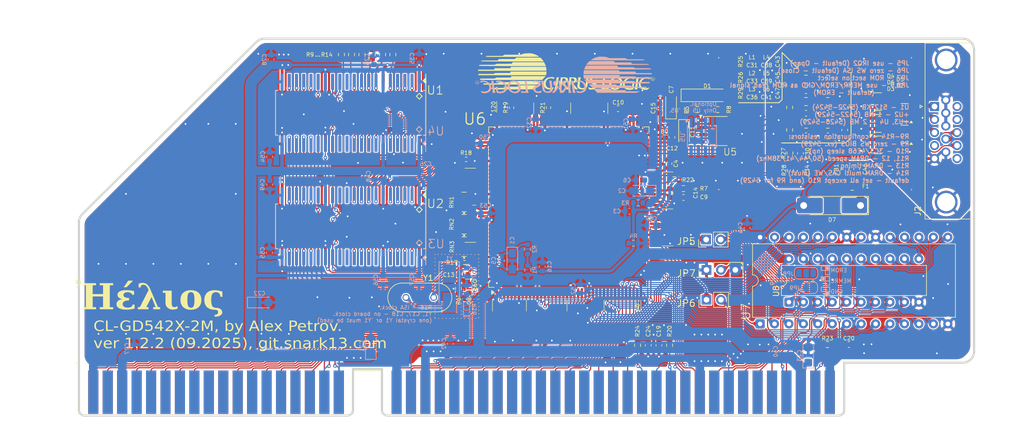
<source format=kicad_pcb>
(kicad_pcb
	(version 20241229)
	(generator "pcbnew")
	(generator_version "9.0")
	(general
		(thickness 1.6)
		(legacy_teardrops no)
	)
	(paper "A4")
	(title_block
		(title "Helios - Cirrus Logic GD542x-2M ISA VGA Card")
		(date "2025-08-09")
		(rev "1.1.5")
		(company "Alexander Petrov")
	)
	(layers
		(0 "F.Cu" signal)
		(2 "B.Cu" signal)
		(9 "F.Adhes" user "F.Adhesive")
		(11 "B.Adhes" user "B.Adhesive")
		(13 "F.Paste" user)
		(15 "B.Paste" user)
		(5 "F.SilkS" user "F.Silkscreen")
		(7 "B.SilkS" user "B.Silkscreen")
		(1 "F.Mask" user)
		(3 "B.Mask" user)
		(17 "Dwgs.User" user "User.Drawings")
		(19 "Cmts.User" user "User.Comments")
		(21 "Eco1.User" user "User.Eco1")
		(23 "Eco2.User" user "User.Eco2")
		(25 "Edge.Cuts" user)
		(27 "Margin" user)
		(31 "F.CrtYd" user "F.Courtyard")
		(29 "B.CrtYd" user "B.Courtyard")
		(35 "F.Fab" user)
		(33 "B.Fab" user)
	)
	(setup
		(stackup
			(layer "F.SilkS"
				(type "Top Silk Screen")
				(color "White")
			)
			(layer "F.Paste"
				(type "Top Solder Paste")
			)
			(layer "F.Mask"
				(type "Top Solder Mask")
				(color "Green")
				(thickness 0.01)
			)
			(layer "F.Cu"
				(type "copper")
				(thickness 0.035)
			)
			(layer "dielectric 1"
				(type "core")
				(color "FR4 natural")
				(thickness 1.51)
				(material "FR4")
				(epsilon_r 4.5)
				(loss_tangent 0.02)
			)
			(layer "B.Cu"
				(type "copper")
				(thickness 0.035)
			)
			(layer "B.Mask"
				(type "Bottom Solder Mask")
				(color "Green")
				(thickness 0.01)
			)
			(layer "B.Paste"
				(type "Bottom Solder Paste")
			)
			(layer "B.SilkS"
				(type "Bottom Silk Screen")
				(color "White")
			)
			(copper_finish "ENIG")
			(dielectric_constraints no)
		)
		(pad_to_mask_clearance 0)
		(allow_soldermask_bridges_in_footprints yes)
		(tenting front back)
		(pcbplotparams
			(layerselection 0x00000000_00000000_55555555_575555ff)
			(plot_on_all_layers_selection 0x00000000_00000000_00000000_02000000)
			(disableapertmacros no)
			(usegerberextensions yes)
			(usegerberattributes yes)
			(usegerberadvancedattributes yes)
			(creategerberjobfile yes)
			(dashed_line_dash_ratio 12.000000)
			(dashed_line_gap_ratio 3.000000)
			(svgprecision 4)
			(plotframeref no)
			(mode 1)
			(useauxorigin no)
			(hpglpennumber 1)
			(hpglpenspeed 20)
			(hpglpendiameter 15.000000)
			(pdf_front_fp_property_popups yes)
			(pdf_back_fp_property_popups yes)
			(pdf_metadata yes)
			(pdf_single_document no)
			(dxfpolygonmode yes)
			(dxfimperialunits yes)
			(dxfusepcbnewfont yes)
			(psnegative no)
			(psa4output no)
			(plot_black_and_white yes)
			(sketchpadsonfab no)
			(plotpadnumbers no)
			(hidednponfab no)
			(sketchdnponfab yes)
			(crossoutdnponfab yes)
			(subtractmaskfromsilk yes)
			(outputformat 1)
			(mirror no)
			(drillshape 0)
			(scaleselection 1)
			(outputdirectory "out/helios-0.5/")
		)
	)
	(net 0 "")
	(net 1 "/MD16")
	(net 2 "/MD17")
	(net 3 "/MD18")
	(net 4 "/MD19")
	(net 5 "/MD20")
	(net 6 "/MD21")
	(net 7 "/MD22")
	(net 8 "/MD23")
	(net 9 "/MD24")
	(net 10 "/MD25")
	(net 11 "/MD26")
	(net 12 "/MD27")
	(net 13 "/MD28")
	(net 14 "/MD29")
	(net 15 "/MD30")
	(net 16 "/MD31")
	(net 17 "/SD0")
	(net 18 "/SD1")
	(net 19 "/SD2")
	(net 20 "/SD3")
	(net 21 "/SD4")
	(net 22 "/SD5")
	(net 23 "/SD6")
	(net 24 "/SD7")
	(net 25 "/SD8")
	(net 26 "/SD9")
	(net 27 "/SD10")
	(net 28 "/SD11")
	(net 29 "/SD12")
	(net 30 "/SD13")
	(net 31 "/SD14")
	(net 32 "/SD15")
	(net 33 "/RESET")
	(net 34 "/LA23")
	(net 35 "/IOCHRDY")
	(net 36 "/LA22")
	(net 37 "/AEN")
	(net 38 "/BALE")
	(net 39 "/LA21")
	(net 40 "/LA20")
	(net 41 "/LA19")
	(net 42 "/LA18")
	(net 43 "/LA17")
	(net 44 "/SA16")
	(net 45 "/SA15")
	(net 46 "/SA14")
	(net 47 "/SA13")
	(net 48 "/SA12")
	(net 49 "/SA11")
	(net 50 "/SA10")
	(net 51 "/SA9")
	(net 52 "/SA8")
	(net 53 "/SA7")
	(net 54 "/SA6")
	(net 55 "/SA5")
	(net 56 "/SA4")
	(net 57 "/SA3")
	(net 58 "/SA2")
	(net 59 "/SA1")
	(net 60 "/SA0")
	(net 61 "/MD0")
	(net 62 "/MD1")
	(net 63 "/MD2")
	(net 64 "/MD3")
	(net 65 "/MD4")
	(net 66 "/MD5")
	(net 67 "/MD6")
	(net 68 "/MD7")
	(net 69 "VCC")
	(net 70 "RED")
	(net 71 "GREEN")
	(net 72 "BLUE")
	(net 73 "Net-(D1-A)")
	(net 74 "Net-(F1-Pad1)")
	(net 75 "MFILVDD")
	(net 76 "DACVSS")
	(net 77 "DACVDD")
	(net 78 "IREF")
	(net 79 "VFILVDD")
	(net 80 "MFILTER")
	(net 81 "VFILTER")
	(net 82 "/~{MEMW}")
	(net 83 "/~{MEMR}")
	(net 84 "/~{CAS3}")
	(net 85 "/~{IOR}")
	(net 86 "/~{CAS2}")
	(net 87 "/~{CAS1}")
	(net 88 "/~{CAS0}")
	(net 89 "/~{WE}")
	(net 90 "/~{RAS1}")
	(net 91 "/~{RAS0}")
	(net 92 "/~{EROM}")
	(net 93 "/~{IOCS16}")
	(net 94 "/~{MCS16}")
	(net 95 "/~{SBHE}")
	(net 96 "/~{REFRESH}")
	(net 97 "/~{IOW}")
	(net 98 "/0WS")
	(net 99 "VSYNC")
	(net 100 "HSYNC")
	(net 101 "/EEDI")
	(net 102 "/EECS")
	(net 103 "/P0")
	(net 104 "/P1")
	(net 105 "/P2")
	(net 106 "/P3")
	(net 107 "/P4")
	(net 108 "/P5")
	(net 109 "/P6")
	(net 110 "/P7")
	(net 111 "/DCLK")
	(net 112 "/~{BLANK}")
	(net 113 "/~{EVIDEO}")
	(net 114 "/~{ESYNC}")
	(net 115 "/~{EDCLK}")
	(net 116 "/MD15")
	(net 117 "/MD14")
	(net 118 "/MD13")
	(net 119 "/MD12")
	(net 120 "/MD11")
	(net 121 "/MD10")
	(net 122 "/MD9")
	(net 123 "/MD8")
	(net 124 "/MA8")
	(net 125 "/MA7")
	(net 126 "/MA6")
	(net 127 "/MA5")
	(net 128 "/MA4")
	(net 129 "/MA3")
	(net 130 "/MA2")
	(net 131 "/MA1")
	(net 132 "/MA0")
	(net 133 "/BOSC")
	(net 134 "unconnected-(J1--5V-Pad5)")
	(net 135 "unconnected-(J1-DRQ2-Pad6)")
	(net 136 "unconnected-(J1--12V-Pad7)")
	(net 137 "Net-(J1-UNUSED)")
	(net 138 "unconnected-(J1-+12V-Pad9)")
	(net 139 "unconnected-(J1-~{DACK3}-Pad15)")
	(net 140 "unconnected-(J1-DRQ3-Pad16)")
	(net 141 "unconnected-(J1-~{DACK1}-Pad17)")
	(net 142 "unconnected-(J1-DRQ1-Pad18)")
	(net 143 "unconnected-(J1-CLK-Pad20)")
	(net 144 "unconnected-(J1-IRQ7-Pad21)")
	(net 145 "unconnected-(J1-IRQ6-Pad22)")
	(net 146 "unconnected-(J1-IRQ5-Pad23)")
	(net 147 "unconnected-(J1-IRQ4-Pad24)")
	(net 148 "unconnected-(J1-IRQ3-Pad25)")
	(net 149 "unconnected-(J1-~{DACK2}-Pad26)")
	(net 150 "unconnected-(J1-TC-Pad27)")
	(net 151 "unconnected-(J1-IO-Pad32)")
	(net 152 "unconnected-(J1-BA19-Pad43)")
	(net 153 "unconnected-(J1-BA18-Pad44)")
	(net 154 "unconnected-(J1-BA17-Pad45)")
	(net 155 "unconnected-(J1-IRQ10-Pad65)")
	(net 156 "unconnected-(J1-IRQ11-Pad66)")
	(net 157 "unconnected-(J1-IRQ12-Pad67)")
	(net 158 "unconnected-(J1-IRQ15-Pad68)")
	(net 159 "unconnected-(J1-IRQ14-Pad69)")
	(net 160 "unconnected-(J1-~{DACK0}-Pad70)")
	(net 161 "unconnected-(J1-DRQ0-Pad71)")
	(net 162 "unconnected-(J1-~{DACK5}-Pad72)")
	(net 163 "unconnected-(J1-DRQ5-Pad73)")
	(net 164 "unconnected-(J1-~{DACK6}-Pad74)")
	(net 165 "unconnected-(J1-DRQ6-Pad75)")
	(net 166 "unconnected-(J1-~{DACK7}-Pad76)")
	(net 167 "unconnected-(J1-DRQ7-Pad77)")
	(net 168 "unconnected-(J1-MASTER-Pad79)")
	(net 169 "unconnected-(J1-~{MEMR}-Pad89)")
	(net 170 "unconnected-(J1-~{MEMW}-Pad90)")
	(net 171 "unconnected-(J2-Pad4)")
	(net 172 "unconnected-(J2-Pad11)")
	(net 173 "unconnected-(J2-Pad12)")
	(net 174 "unconnected-(J2-Pad15)")
	(net 175 "unconnected-(U1-NC-Pad11)")
	(net 176 "unconnected-(U1-NC-Pad12)")
	(net 177 "unconnected-(U1-NC-Pad15)")
	(net 178 "unconnected-(U1-NC-Pad30)")
	(net 179 "Net-(RN1-R2.1)")
	(net 180 "Net-(RN1-R4.1)")
	(net 181 "Net-(RN1-R1.1)")
	(net 182 "Net-(RN1-R3.1)")
	(net 183 "Net-(RN2-R1.1)")
	(net 184 "GND")
	(net 185 "Net-(RN2-R4.1)")
	(net 186 "GNDA")
	(net 187 "Net-(RN2-R3.1)")
	(net 188 "Net-(RN2-R2.1)")
	(net 189 "Net-(C8-Pad1)")
	(net 190 "Net-(C9-Pad1)")
	(net 191 "Net-(C30-Pad1)")
	(net 192 "Net-(C34-Pad1)")
	(net 193 "Net-(RN3-R3.1)")
	(net 194 "Net-(RN3-R2.1)")
	(net 195 "Net-(RN3-R1.1)")
	(net 196 "Net-(RN3-R4.1)")
	(net 197 "/~{MEMRC}")
	(net 198 "Net-(J1-IRQ2)")
	(net 199 "/IRQ2")
	(net 200 "Net-(C38-Pad1)")
	(net 201 "Net-(C39-Pad1)")
	(net 202 "Net-(C41-Pad1)")
	(net 203 "Net-(C43-Pad1)")
	(net 204 "Net-(C45-Pad1)")
	(net 205 "Net-(C46-Pad1)")
	(net 206 "Net-(C47-Pad1)")
	(net 207 "Net-(D7-K)")
	(net 208 "Net-(JP7-C)")
	(net 209 "Net-(JP8-C)")
	(net 210 "unconnected-(U3-NC-Pad11)")
	(net 211 "unconnected-(U3-NC-Pad30)")
	(net 212 "unconnected-(U3-NC-Pad15)")
	(net 213 "unconnected-(U3-NC-Pad12)")
	(net 214 "unconnected-(U4-NC-Pad11)")
	(net 215 "unconnected-(U4-NC-Pad15)")
	(net 216 "unconnected-(U4-NC-Pad30)")
	(net 217 "unconnected-(U4-NC-Pad12)")
	(net 218 "Net-(U7-D4)")
	(net 219 "Net-(U7-D7)")
	(net 220 "Net-(U7-D1)")
	(net 221 "Net-(U7-D5)")
	(net 222 "Net-(U7-D0)")
	(net 223 "Net-(U7-D3)")
	(net 224 "Net-(U7-D6)")
	(net 225 "Net-(U7-D2)")
	(net 226 "Net-(U6-XTAL)")
	(net 227 "Net-(U6-OSC)")
	(net 228 "Net-(U6-RESET)")
	(net 229 "Net-(U6-~{IOR})")
	(net 230 "Net-(U6-MA0)")
	(net 231 "Net-(U6-~{WE1})")
	(net 232 "Net-(U6-~{WE2})")
	(net 233 "Net-(U6-~{WE3})")
	(net 234 "Net-(U6-~{TWR})")
	(net 235 "unconnected-(U2-NC-Pad11)")
	(net 236 "unconnected-(U2-NC-Pad30)")
	(net 237 "unconnected-(U2-NC-Pad15)")
	(net 238 "unconnected-(U2-NC-Pad12)")
	(net 239 "unconnected-(U6-OVRW-Pad71)")
	(net 240 "unconnected-(U6-MCLK-Pad157)")
	(net 241 "unconnected-(U6-MA9-Pad143)")
	(net 242 "Net-('U5-Pad2)")
	(footprint "Package_SO_J-Lead:SOJ-40-Socket-LongPads" (layer "F.Cu") (at 120.865 81.127 180))
	(footprint "Package_SO_J-Lead:SOJ-40-Socket-LongPads" (layer "F.Cu") (at 120.865 61.174 180))
	(footprint "Connector_PinHeader_2.54mm:PinHeader_1x02_P2.54mm_Vertical" (layer "F.Cu") (at 184.075 93.925 90))
	(footprint "Capacitor_SMD:C_0603_1608Metric" (layer "F.Cu") (at 209.1312 101.8032))
	(footprint "Resistor_SMD:R_0603_1608Metric" (layer "F.Cu") (at 205.359 101.8032))
	(footprint "Capacitor_SMD:C_0603_1608Metric" (layer "F.Cu") (at 177.475 69.975 -90))
	(footprint "Capacitor_SMD:C_0603_1608Metric" (layer "F.Cu") (at 168.525 60.325 180))
	(footprint "Capacitor_SMD:C_0603_1608Metric" (layer "F.Cu") (at 175.85 60.275 90))
	(footprint "Capacitor_SMD:C_0603_1608Metric" (layer "F.Cu") (at 141.351 89.535))
	(footprint "Capacitor_SMD:C_0603_1608Metric" (layer "F.Cu") (at 177.625 75.15 -90))
	(footprint "Capacitor_SMD:C_0603_1608Metric" (layer "F.Cu") (at 200.55 71.275 90))
	(footprint "Capacitor_SMD:C_0603_1608Metric" (layer "F.Cu") (at 178 65.35 -90))
	(footprint "Capacitor_Tantalum_SMD:CP_EIA-3216-18_Kemet-A" (layer "F.Cu") (at 177.85 59.8 90))
	(footprint "Capacitor_SMD:C_0603_1608Metric" (layer "F.Cu") (at 210.5 70.925 -90))
	(footprint "Diode_SMD:D_MELF-RM10_Universal_Handsoldering" (layer "F.Cu") (at 206.175 77.35 180))
	(footprint "Fuse:Fuse_0805_2012Metric_Pad1.15x1.40mm_HandSolder" (layer "F.Cu") (at 209.7 73.95))
	(footprint "Inductor_SMD:L_0805_2012Metric_Pad1.15x1.40mm_HandSolder" (layer "F.Cu") (at 208.45 70.925 -90))
	(footprint "Resistor_SMD:R_0402_1005Metric_Pad0.72x0.64mm_HandSolder" (layer "F.Cu") (at 156.3 60.15 -90))
	(footprint "Resistor_SMD:R_0603_1608Metric" (layer "F.Cu") (at 140.462 91.9734 -90))
	(footprint "Resistor_SMD:R_0603_1608Metric" (layer "F.Cu") (at 180.025 74.375))
	(footprint "Resistor_SMD:R_0603_1608Metric" (layer "F.Cu") (at 182.475 60.475))
	(footprint "Resistor_SMD:R_0603_1608Metric" (layer "F.Cu") (at 186.05 60.475 180))
	(footprint "Resistor_SMD:R_0603_1608Metric" (layer "F.Cu") (at 198.75 68.125 -90))
	(footprint "Resistor_SMD:R_0603_1608Metric" (layer "F.Cu") (at 198.875 71.225 90))
	(footprint "Package_SO:SOIC-8_3.9x4.9mm_P1.27mm" (layer "F.Cu") (at 185.775 64.25))
	(footprint "Resistor_SMD:R_0402_1005Metric_Pad0.72x0.64mm_HandSolder" (layer "F.Cu") (at 149.8 60.15 -90))
	(footprint "Capacitor_SMD:C_0603_1608Metric" (layer "F.Cu") (at 142.29 91.97 90))
	(footprint "Capacitor_SMD:C_0603_1608Metric" (layer "F.Cu") (at 180.025 75.925 180))
	(footprint "Connector_PCBEdge:BUS_AT" (layer "F.Cu") (at 205.7659 110.17758))
	(footprint "Connector_PinHeader_2.54mm:PinHeader_1x03_P2.54mm_Vertical" (layer "F.Cu") (at 184.075 88.675 90))
	(footprint "Inductor_SMD:L_0805_2012Metric_Pad1.15x1.40mm_HandSolder" (layer "F.Cu") (at 205.42298 59.071256))
	(footprint "Inductor_SMD:L_0805_2012Metric_Pad1.15x1.40mm_HandSolder" (layer "F.Cu") (at 201.58642 55.14086))
	(footprint "Inductor_SMD:L_0805_2012Metric_Pad1.15x1.40mm_HandSolder" (layer "F.Cu") (at 201.58642 59.07024))
	(footprint "Inductor_SMD:L_0805_2012Metric_Pad1.15x1.40mm_HandSolder" (layer "F.Cu") (at 201.58642 63.03264))
	(footprint "Inductor_SMD:L_0805_2012Metric_Pad1.15x1.40mm_HandSolder" (layer "F.Cu") (at 205.42298 63.03772))
	(footprint "Inductor_SMD:L_0805_2012Metric_Pad1.15x1.40mm_HandSolder"
		(layer "F.Cu")
		(uuid "00000000-0000-0000-0000-00005ef3c271")
		(at 205.42298 55.14086)
		(descr "Inductor SMD 0805 (2012 Metric), square (rectangular) end terminal, IPC_7351 nominal with elongated pad for handsoldering. (Body size source: https://docs.google.com/spreadsheets/d/1BsfQQcO9C6DZCsRaXUlFlo91Tg2WpOkGARC1WS5S8t0/edit?usp=sharing), generated with kicad-footprint-generator")
		(tags "inductor handsolder")
		(property "Reference" "L4"
			(at -10.80298 -3.87086 0)
			(layer "F.SilkS")
			(uuid "019db332-00ce-48b0-ba53-6f013c5b6c32")
			(effects
				(font
					(size 0.7 0.7)
					(thickness 0.1)
				)
			)
		)
		(property "Value" "100n"
			(at 0 1.65 0)
			(layer "F.Fab")
			(uuid "e432989e-5e6c-4081-99e3-0018e8d3edad")
			(effects
				(font
					(size 0.7 0.7)
					(thickness 0.1)
				)
			)
		)
		(property "Datasheet" "~"
			(at 0 0 0)
			(layer "F.Fab")
			(hide yes)
			(uuid "9c7ff203-fdd2-4c2e-90fc-e060db4cb20e")
			(effects
				(font
					(size 1.27 1.27)
					(thickness 0.15)
				)
			)
		)
		(property "Description" ""
			(at 0 0 0)
			(layer "F.Fab")
			(hide yes)
			(uuid "03e003da-9ffc-4f68-9796-dd3ed051d356")
			(effects
				(font
					(size 1.27 1.27)
					(thickness 0.15)
				)
			)
		)
		(property ki_fp_filters "Choke_* *Coil* Inductor_* L_*")
		(path "/00000000-0000-0000-0000-00005f3dec25")
		(sheetname "/")
		(sheetfile "helios.kicad_sch")
		(attr smd)
		(fp_line
			(start -0.261252 -0.71)
			(end 0.261252 -0.71)
			(stroke
				(width 0.12)
				(type solid)
			)
			(layer "F.SilkS")
			(uuid "387e1567-c669-4b99-8f3a-64a0eaf6da4a")
		)
		(fp_line
			(start -0.261252 0.71)
			(end 0.261252 0.71)
			(stroke
				(width 0.12)
				(type solid)
			)
			(layer "F.SilkS")
			(uuid "d6e84898-0faf-4540-9a0a-620d3f27b862")
		)
		(fp_line
			(start -1.85 -0.95)
			(end 1.85 -0.95)
			(stroke
				(width 0.05)
				(type solid)
			)
			(layer "F.CrtYd")
			(uuid "1ebd2f95-4d26-484b-8d56-1cbbe59f8051")
		)
		(fp_line
			(start -1.85 0.95)
			(end -1.85 -0.95)
			(stroke
				(width 0.05)
				(type solid)
			)
			(layer "F.CrtYd")
			(uuid "c5e67058-b35b-4ecc-aa65-2bfa6ef4a2d1")
		)
		(fp_line
			(start 1.85 -0.95)
			(end 1.85 0.95)
			(stroke
				(width 0.05)
				(type solid)
			)
			(layer "F.CrtYd")
			(uuid "8764ea2b-a49c-44bc-bd62-2ece0c063661")
		)
		(fp_line
			(start 1.85 0.95)
			(end -1.85 0.95)
			(stroke
				(width 0.05)
				(type solid)
			)
			(layer "F.CrtYd")
			(uuid "5127203e-ff08-4aa8-8140-d78fe8a46d51")
		)
		(fp_line
			(start -1 -0.6)
			(end 1 -0.6)
			(stroke
				(width 0.1)
				(type solid)
			)
			(layer "F.Fab")
			(uuid "010c6b59-9927-4ab6-8ede-a13fc74c2dcd")
		)
		(fp_line
			(start -1 0.6)
			(end -1 -0.6)
			(stroke
				(width 0.1)
				(type solid)
			)
			(layer "F.Fab")
			(uuid "7460255f-780e-4f23-8cbe-3a9b99b68401")
		)
		(fp_line
			(start 1 -0.6)
			(end 1 0.6)
			(stroke
				(width 0.1)
				(type solid)
			)
			(layer "F.Fab")
			(uuid "f33e55c6-75a3-4d13-8ace-1ccd4e65765b")
		)
		(fp_line
			(start 1 0.6)
			(end -1 0.6)
			(stroke
				(width 0.1)
				(type solid)
			)
			(layer "F.Fab")
			(uuid "0c3d6d15-f282-4512-84f0-e547c90c57c9")
		)
		(fp_text user "${REFERENCE}"
			(at 0 0 0)
			(layer "F.Fab")
			(uuid "25fb06dc-b617-4361-a807-02474799659d")
			(effects
				(font
					(size 0.7 0.7)
					(thickness 0.1)
				)
			)
		)
		(pad "1" smd roundrect
			(at -1.025 0)
			(size 1.15 1.4)
			(layers "F.Cu" "F.Mask" "F.Paste")
			(roundrect_rratio 0.217391)
			(net 200 "Net-(C38-Pad1)")
			(pinfunction "1")
			(pintype "passive")
			(uuid "ffb26b18-869e-4e77-9306-ca9de40dd19d")
		)
		(pad "2" smd roundrect
			(at 1.025 0)
			(size 1.15 1.4)
... [3215906 chars truncated]
</source>
